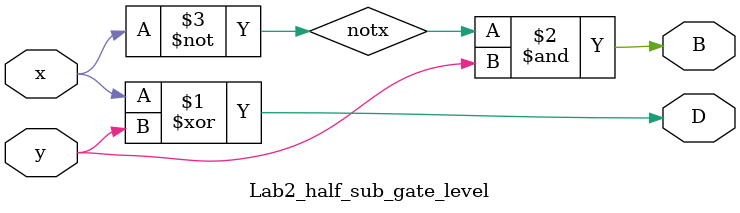
<source format=v>
module Lab2_half_sub_gate_level(D, B, x, y);
	output D, B;
	input x, y;
	wire notx;
	not G1(notx,x);
	xor G2(D,x,y);
	and G3(B,notx,y);
endmodule

</source>
